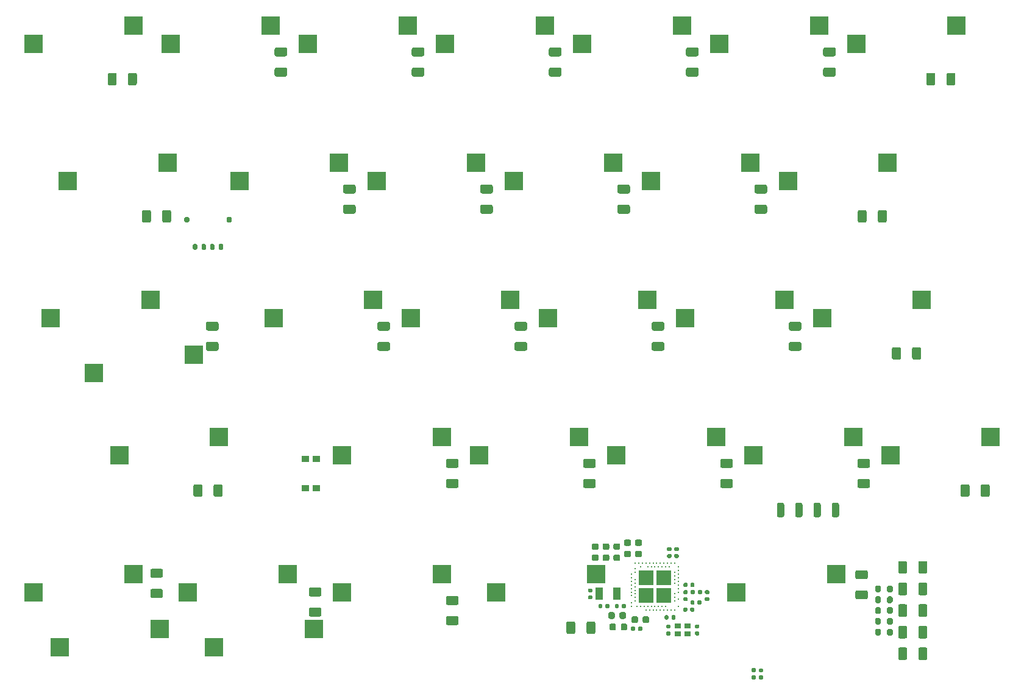
<source format=gbr>
%TF.GenerationSoftware,KiCad,Pcbnew,(5.1.10)-1*%
%TF.CreationDate,2023-08-12T15:50:22-04:00*%
%TF.ProjectId,niche65_mk2_left_RIGID,6e696368-6536-4355-9f6d-6b325f6c6566,rev?*%
%TF.SameCoordinates,Original*%
%TF.FileFunction,Paste,Bot*%
%TF.FilePolarity,Positive*%
%FSLAX46Y46*%
G04 Gerber Fmt 4.6, Leading zero omitted, Abs format (unit mm)*
G04 Created by KiCad (PCBNEW (5.1.10)-1) date 2023-08-12 15:50:22*
%MOMM*%
%LPD*%
G01*
G04 APERTURE LIST*
%ADD10R,2.550000X2.500000*%
%ADD11R,1.000000X0.900000*%
%ADD12R,2.000000X2.000000*%
%ADD13C,0.250000*%
%ADD14R,1.000000X1.800000*%
%ADD15R,0.900000X0.800000*%
G04 APERTURE END LIST*
%TO.C,REF\u002A\u002A*%
G36*
G01*
X195702500Y-162980000D02*
X195702500Y-161480000D01*
G75*
G02*
X195952500Y-161230000I250000J0D01*
G01*
X196452500Y-161230000D01*
G75*
G02*
X196702500Y-161480000I0J-250000D01*
G01*
X196702500Y-162980000D01*
G75*
G02*
X196452500Y-163230000I-250000J0D01*
G01*
X195952500Y-163230000D01*
G75*
G02*
X195702500Y-162980000I0J250000D01*
G01*
G37*
%TD*%
%TO.C,REF\u002A\u002A*%
G36*
G01*
X198242500Y-162980000D02*
X198242500Y-161480000D01*
G75*
G02*
X198492500Y-161230000I250000J0D01*
G01*
X198992500Y-161230000D01*
G75*
G02*
X199242500Y-161480000I0J-250000D01*
G01*
X199242500Y-162980000D01*
G75*
G02*
X198992500Y-163230000I-250000J0D01*
G01*
X198492500Y-163230000D01*
G75*
G02*
X198242500Y-162980000I0J250000D01*
G01*
G37*
%TD*%
%TO.C,REF\u002A\u002A*%
G36*
G01*
X203322500Y-162980000D02*
X203322500Y-161480000D01*
G75*
G02*
X203572500Y-161230000I250000J0D01*
G01*
X204072500Y-161230000D01*
G75*
G02*
X204322500Y-161480000I0J-250000D01*
G01*
X204322500Y-162980000D01*
G75*
G02*
X204072500Y-163230000I-250000J0D01*
G01*
X203572500Y-163230000D01*
G75*
G02*
X203322500Y-162980000I0J250000D01*
G01*
G37*
%TD*%
%TO.C,REF\u002A\u002A*%
G36*
G01*
X200782500Y-162980000D02*
X200782500Y-161480000D01*
G75*
G02*
X201032500Y-161230000I250000J0D01*
G01*
X201532500Y-161230000D01*
G75*
G02*
X201782500Y-161480000I0J-250000D01*
G01*
X201782500Y-162980000D01*
G75*
G02*
X201532500Y-163230000I-250000J0D01*
G01*
X201032500Y-163230000D01*
G75*
G02*
X200782500Y-162980000I0J250000D01*
G01*
G37*
%TD*%
%TO.C,J1*%
G36*
G01*
X114568742Y-125962492D02*
X114568742Y-125412492D01*
G75*
G02*
X114718742Y-125262492I150000J0D01*
G01*
X115018742Y-125262492D01*
G75*
G02*
X115168742Y-125412492I0J-150000D01*
G01*
X115168742Y-125962492D01*
G75*
G02*
X115018742Y-126112492I-150000J0D01*
G01*
X114718742Y-126112492D01*
G75*
G02*
X114568742Y-125962492I0J150000D01*
G01*
G37*
G36*
G01*
X115768742Y-125962492D02*
X115768742Y-125412492D01*
G75*
G02*
X115918742Y-125262492I150000J0D01*
G01*
X116218742Y-125262492D01*
G75*
G02*
X116368742Y-125412492I0J-150000D01*
G01*
X116368742Y-125962492D01*
G75*
G02*
X116218742Y-126112492I-150000J0D01*
G01*
X115918742Y-126112492D01*
G75*
G02*
X115768742Y-125962492I0J150000D01*
G01*
G37*
G36*
G01*
X116968742Y-125962492D02*
X116968742Y-125412492D01*
G75*
G02*
X117118742Y-125262492I150000J0D01*
G01*
X117418742Y-125262492D01*
G75*
G02*
X117568742Y-125412492I0J-150000D01*
G01*
X117568742Y-125962492D01*
G75*
G02*
X117418742Y-126112492I-150000J0D01*
G01*
X117118742Y-126112492D01*
G75*
G02*
X116968742Y-125962492I0J150000D01*
G01*
G37*
G36*
G01*
X118168742Y-125962492D02*
X118168742Y-125412492D01*
G75*
G02*
X118318742Y-125262492I150000J0D01*
G01*
X118618742Y-125262492D01*
G75*
G02*
X118768742Y-125412492I0J-150000D01*
G01*
X118768742Y-125962492D01*
G75*
G02*
X118618742Y-126112492I-150000J0D01*
G01*
X118318742Y-126112492D01*
G75*
G02*
X118168742Y-125962492I0J150000D01*
G01*
G37*
G36*
G01*
X113368742Y-122137492D02*
X113368742Y-121687492D01*
G75*
G02*
X113543742Y-121512492I175000J0D01*
G01*
X113893742Y-121512492D01*
G75*
G02*
X114068742Y-121687492I0J-175000D01*
G01*
X114068742Y-122137492D01*
G75*
G02*
X113893742Y-122312492I-175000J0D01*
G01*
X113543742Y-122312492D01*
G75*
G02*
X113368742Y-122137492I0J175000D01*
G01*
G37*
G36*
G01*
X119268742Y-122137492D02*
X119268742Y-121687492D01*
G75*
G02*
X119443742Y-121512492I175000J0D01*
G01*
X119793742Y-121512492D01*
G75*
G02*
X119968742Y-121687492I0J-175000D01*
G01*
X119968742Y-122137492D01*
G75*
G02*
X119793742Y-122312492I-175000J0D01*
G01*
X119443742Y-122312492D01*
G75*
G02*
X119268742Y-122137492I0J175000D01*
G01*
G37*
%TD*%
%TO.C,C1*%
G36*
G01*
X170700000Y-169315770D02*
X170200000Y-169315770D01*
G75*
G02*
X169975000Y-169090770I0J225000D01*
G01*
X169975000Y-168640770D01*
G75*
G02*
X170200000Y-168415770I225000J0D01*
G01*
X170700000Y-168415770D01*
G75*
G02*
X170925000Y-168640770I0J-225000D01*
G01*
X170925000Y-169090770D01*
G75*
G02*
X170700000Y-169315770I-225000J0D01*
G01*
G37*
G36*
G01*
X170700000Y-167765770D02*
X170200000Y-167765770D01*
G75*
G02*
X169975000Y-167540770I0J225000D01*
G01*
X169975000Y-167090770D01*
G75*
G02*
X170200000Y-166865770I225000J0D01*
G01*
X170700000Y-166865770D01*
G75*
G02*
X170925000Y-167090770I0J-225000D01*
G01*
X170925000Y-167540770D01*
G75*
G02*
X170700000Y-167765770I-225000J0D01*
G01*
G37*
%TD*%
%TO.C,C2*%
G36*
G01*
X180920000Y-167940770D02*
X180580000Y-167940770D01*
G75*
G02*
X180440000Y-167800770I0J140000D01*
G01*
X180440000Y-167520770D01*
G75*
G02*
X180580000Y-167380770I140000J0D01*
G01*
X180920000Y-167380770D01*
G75*
G02*
X181060000Y-167520770I0J-140000D01*
G01*
X181060000Y-167800770D01*
G75*
G02*
X180920000Y-167940770I-140000J0D01*
G01*
G37*
G36*
G01*
X180920000Y-168900770D02*
X180580000Y-168900770D01*
G75*
G02*
X180440000Y-168760770I0J140000D01*
G01*
X180440000Y-168480770D01*
G75*
G02*
X180580000Y-168340770I140000J0D01*
G01*
X180920000Y-168340770D01*
G75*
G02*
X181060000Y-168480770I0J-140000D01*
G01*
X181060000Y-168760770D01*
G75*
G02*
X180920000Y-168900770I-140000J0D01*
G01*
G37*
%TD*%
%TO.C,C3*%
G36*
G01*
X181920000Y-168900770D02*
X181580000Y-168900770D01*
G75*
G02*
X181440000Y-168760770I0J140000D01*
G01*
X181440000Y-168480770D01*
G75*
G02*
X181580000Y-168340770I140000J0D01*
G01*
X181920000Y-168340770D01*
G75*
G02*
X182060000Y-168480770I0J-140000D01*
G01*
X182060000Y-168760770D01*
G75*
G02*
X181920000Y-168900770I-140000J0D01*
G01*
G37*
G36*
G01*
X181920000Y-167940770D02*
X181580000Y-167940770D01*
G75*
G02*
X181440000Y-167800770I0J140000D01*
G01*
X181440000Y-167520770D01*
G75*
G02*
X181580000Y-167380770I140000J0D01*
G01*
X181920000Y-167380770D01*
G75*
G02*
X182060000Y-167520770I0J-140000D01*
G01*
X182060000Y-167800770D01*
G75*
G02*
X181920000Y-167940770I-140000J0D01*
G01*
G37*
%TD*%
%TO.C,C4*%
G36*
G01*
X180085000Y-177310770D02*
X180085000Y-176970770D01*
G75*
G02*
X180225000Y-176830770I140000J0D01*
G01*
X180505000Y-176830770D01*
G75*
G02*
X180645000Y-176970770I0J-140000D01*
G01*
X180645000Y-177310770D01*
G75*
G02*
X180505000Y-177450770I-140000J0D01*
G01*
X180225000Y-177450770D01*
G75*
G02*
X180085000Y-177310770I0J140000D01*
G01*
G37*
G36*
G01*
X181045000Y-177310770D02*
X181045000Y-176970770D01*
G75*
G02*
X181185000Y-176830770I140000J0D01*
G01*
X181465000Y-176830770D01*
G75*
G02*
X181605000Y-176970770I0J-140000D01*
G01*
X181605000Y-177310770D01*
G75*
G02*
X181465000Y-177450770I-140000J0D01*
G01*
X181185000Y-177450770D01*
G75*
G02*
X181045000Y-177310770I0J140000D01*
G01*
G37*
%TD*%
%TO.C,C5*%
G36*
G01*
X173175000Y-176640770D02*
X173175000Y-177140770D01*
G75*
G02*
X172950000Y-177365770I-225000J0D01*
G01*
X172500000Y-177365770D01*
G75*
G02*
X172275000Y-177140770I0J225000D01*
G01*
X172275000Y-176640770D01*
G75*
G02*
X172500000Y-176415770I225000J0D01*
G01*
X172950000Y-176415770D01*
G75*
G02*
X173175000Y-176640770I0J-225000D01*
G01*
G37*
G36*
G01*
X174725000Y-176640770D02*
X174725000Y-177140770D01*
G75*
G02*
X174500000Y-177365770I-225000J0D01*
G01*
X174050000Y-177365770D01*
G75*
G02*
X173825000Y-177140770I0J225000D01*
G01*
X173825000Y-176640770D01*
G75*
G02*
X174050000Y-176415770I225000J0D01*
G01*
X174500000Y-176415770D01*
G75*
G02*
X174725000Y-176640770I0J-225000D01*
G01*
G37*
%TD*%
%TO.C,C6*%
G36*
G01*
X172200000Y-169315770D02*
X171700000Y-169315770D01*
G75*
G02*
X171475000Y-169090770I0J225000D01*
G01*
X171475000Y-168640770D01*
G75*
G02*
X171700000Y-168415770I225000J0D01*
G01*
X172200000Y-168415770D01*
G75*
G02*
X172425000Y-168640770I0J-225000D01*
G01*
X172425000Y-169090770D01*
G75*
G02*
X172200000Y-169315770I-225000J0D01*
G01*
G37*
G36*
G01*
X172200000Y-167765770D02*
X171700000Y-167765770D01*
G75*
G02*
X171475000Y-167540770I0J225000D01*
G01*
X171475000Y-167090770D01*
G75*
G02*
X171700000Y-166865770I225000J0D01*
G01*
X172200000Y-166865770D01*
G75*
G02*
X172425000Y-167090770I0J-225000D01*
G01*
X172425000Y-167540770D01*
G75*
G02*
X172200000Y-167765770I-225000J0D01*
G01*
G37*
%TD*%
%TO.C,C7*%
G36*
G01*
X176214000Y-167881770D02*
X176714000Y-167881770D01*
G75*
G02*
X176939000Y-168106770I0J-225000D01*
G01*
X176939000Y-168556770D01*
G75*
G02*
X176714000Y-168781770I-225000J0D01*
G01*
X176214000Y-168781770D01*
G75*
G02*
X175989000Y-168556770I0J225000D01*
G01*
X175989000Y-168106770D01*
G75*
G02*
X176214000Y-167881770I225000J0D01*
G01*
G37*
G36*
G01*
X176214000Y-166331770D02*
X176714000Y-166331770D01*
G75*
G02*
X176939000Y-166556770I0J-225000D01*
G01*
X176939000Y-167006770D01*
G75*
G02*
X176714000Y-167231770I-225000J0D01*
G01*
X176214000Y-167231770D01*
G75*
G02*
X175989000Y-167006770I0J225000D01*
G01*
X175989000Y-166556770D01*
G75*
G02*
X176214000Y-166331770I225000J0D01*
G01*
G37*
%TD*%
%TO.C,C8*%
G36*
G01*
X177943000Y-177212770D02*
X177943000Y-177712770D01*
G75*
G02*
X177718000Y-177937770I-225000J0D01*
G01*
X177268000Y-177937770D01*
G75*
G02*
X177043000Y-177712770I0J225000D01*
G01*
X177043000Y-177212770D01*
G75*
G02*
X177268000Y-176987770I225000J0D01*
G01*
X177718000Y-176987770D01*
G75*
G02*
X177943000Y-177212770I0J-225000D01*
G01*
G37*
G36*
G01*
X176393000Y-177212770D02*
X176393000Y-177712770D01*
G75*
G02*
X176168000Y-177937770I-225000J0D01*
G01*
X175718000Y-177937770D01*
G75*
G02*
X175493000Y-177712770I0J225000D01*
G01*
X175493000Y-177212770D01*
G75*
G02*
X175718000Y-176987770I225000J0D01*
G01*
X176168000Y-176987770D01*
G75*
G02*
X176393000Y-177212770I0J-225000D01*
G01*
G37*
%TD*%
%TO.C,C9*%
G36*
G01*
X184250000Y-174920770D02*
X184250000Y-175260770D01*
G75*
G02*
X184110000Y-175400770I-140000J0D01*
G01*
X183830000Y-175400770D01*
G75*
G02*
X183690000Y-175260770I0J140000D01*
G01*
X183690000Y-174920770D01*
G75*
G02*
X183830000Y-174780770I140000J0D01*
G01*
X184110000Y-174780770D01*
G75*
G02*
X184250000Y-174920770I0J-140000D01*
G01*
G37*
G36*
G01*
X185210000Y-174920770D02*
X185210000Y-175260770D01*
G75*
G02*
X185070000Y-175400770I-140000J0D01*
G01*
X184790000Y-175400770D01*
G75*
G02*
X184650000Y-175260770I0J140000D01*
G01*
X184650000Y-174920770D01*
G75*
G02*
X184790000Y-174780770I140000J0D01*
G01*
X185070000Y-174780770D01*
G75*
G02*
X185210000Y-174920770I0J-140000D01*
G01*
G37*
%TD*%
%TO.C,C10*%
G36*
G01*
X175190000Y-167231770D02*
X174690000Y-167231770D01*
G75*
G02*
X174465000Y-167006770I0J225000D01*
G01*
X174465000Y-166556770D01*
G75*
G02*
X174690000Y-166331770I225000J0D01*
G01*
X175190000Y-166331770D01*
G75*
G02*
X175415000Y-166556770I0J-225000D01*
G01*
X175415000Y-167006770D01*
G75*
G02*
X175190000Y-167231770I-225000J0D01*
G01*
G37*
G36*
G01*
X175190000Y-168781770D02*
X174690000Y-168781770D01*
G75*
G02*
X174465000Y-168556770I0J225000D01*
G01*
X174465000Y-168106770D01*
G75*
G02*
X174690000Y-167881770I225000J0D01*
G01*
X175190000Y-167881770D01*
G75*
G02*
X175415000Y-168106770I0J-225000D01*
G01*
X175415000Y-168556770D01*
G75*
G02*
X175190000Y-168781770I-225000J0D01*
G01*
G37*
%TD*%
%TO.C,C11*%
G36*
G01*
X183680000Y-172810770D02*
X183680000Y-172470770D01*
G75*
G02*
X183820000Y-172330770I140000J0D01*
G01*
X184100000Y-172330770D01*
G75*
G02*
X184240000Y-172470770I0J-140000D01*
G01*
X184240000Y-172810770D01*
G75*
G02*
X184100000Y-172950770I-140000J0D01*
G01*
X183820000Y-172950770D01*
G75*
G02*
X183680000Y-172810770I0J140000D01*
G01*
G37*
G36*
G01*
X182720000Y-172810770D02*
X182720000Y-172470770D01*
G75*
G02*
X182860000Y-172330770I140000J0D01*
G01*
X183140000Y-172330770D01*
G75*
G02*
X183280000Y-172470770I0J-140000D01*
G01*
X183280000Y-172810770D01*
G75*
G02*
X183140000Y-172950770I-140000J0D01*
G01*
X182860000Y-172950770D01*
G75*
G02*
X182720000Y-172810770I0J140000D01*
G01*
G37*
%TD*%
%TO.C,C12*%
G36*
G01*
X183649000Y-176235770D02*
X183649000Y-175895770D01*
G75*
G02*
X183789000Y-175755770I140000J0D01*
G01*
X184069000Y-175755770D01*
G75*
G02*
X184209000Y-175895770I0J-140000D01*
G01*
X184209000Y-176235770D01*
G75*
G02*
X184069000Y-176375770I-140000J0D01*
G01*
X183789000Y-176375770D01*
G75*
G02*
X183649000Y-176235770I0J140000D01*
G01*
G37*
G36*
G01*
X182689000Y-176235770D02*
X182689000Y-175895770D01*
G75*
G02*
X182829000Y-175755770I140000J0D01*
G01*
X183109000Y-175755770D01*
G75*
G02*
X183249000Y-175895770I0J-140000D01*
G01*
X183249000Y-176235770D01*
G75*
G02*
X183109000Y-176375770I-140000J0D01*
G01*
X182829000Y-176375770D01*
G75*
G02*
X182689000Y-176235770I0J140000D01*
G01*
G37*
%TD*%
%TO.C,C13*%
G36*
G01*
X174710000Y-175420770D02*
X174710000Y-175760770D01*
G75*
G02*
X174570000Y-175900770I-140000J0D01*
G01*
X174290000Y-175900770D01*
G75*
G02*
X174150000Y-175760770I0J140000D01*
G01*
X174150000Y-175420770D01*
G75*
G02*
X174290000Y-175280770I140000J0D01*
G01*
X174570000Y-175280770D01*
G75*
G02*
X174710000Y-175420770I0J-140000D01*
G01*
G37*
G36*
G01*
X173750000Y-175420770D02*
X173750000Y-175760770D01*
G75*
G02*
X173610000Y-175900770I-140000J0D01*
G01*
X173330000Y-175900770D01*
G75*
G02*
X173190000Y-175760770I0J140000D01*
G01*
X173190000Y-175420770D01*
G75*
G02*
X173330000Y-175280770I140000J0D01*
G01*
X173610000Y-175280770D01*
G75*
G02*
X173750000Y-175420770I0J-140000D01*
G01*
G37*
%TD*%
%TO.C,C14*%
G36*
G01*
X172410000Y-175420770D02*
X172410000Y-175760770D01*
G75*
G02*
X172270000Y-175900770I-140000J0D01*
G01*
X171990000Y-175900770D01*
G75*
G02*
X171850000Y-175760770I0J140000D01*
G01*
X171850000Y-175420770D01*
G75*
G02*
X171990000Y-175280770I140000J0D01*
G01*
X172270000Y-175280770D01*
G75*
G02*
X172410000Y-175420770I0J-140000D01*
G01*
G37*
G36*
G01*
X171450000Y-175420770D02*
X171450000Y-175760770D01*
G75*
G02*
X171310000Y-175900770I-140000J0D01*
G01*
X171030000Y-175900770D01*
G75*
G02*
X170890000Y-175760770I0J140000D01*
G01*
X170890000Y-175420770D01*
G75*
G02*
X171030000Y-175280770I140000J0D01*
G01*
X171310000Y-175280770D01*
G75*
G02*
X171450000Y-175420770I0J-140000D01*
G01*
G37*
%TD*%
%TO.C,C15*%
G36*
G01*
X169920000Y-173690770D02*
X169580000Y-173690770D01*
G75*
G02*
X169440000Y-173550770I0J140000D01*
G01*
X169440000Y-173270770D01*
G75*
G02*
X169580000Y-173130770I140000J0D01*
G01*
X169920000Y-173130770D01*
G75*
G02*
X170060000Y-173270770I0J-140000D01*
G01*
X170060000Y-173550770D01*
G75*
G02*
X169920000Y-173690770I-140000J0D01*
G01*
G37*
G36*
G01*
X169920000Y-174650770D02*
X169580000Y-174650770D01*
G75*
G02*
X169440000Y-174510770I0J140000D01*
G01*
X169440000Y-174230770D01*
G75*
G02*
X169580000Y-174090770I140000J0D01*
G01*
X169920000Y-174090770D01*
G75*
G02*
X170060000Y-174230770I0J-140000D01*
G01*
X170060000Y-174510770D01*
G75*
G02*
X169920000Y-174650770I-140000J0D01*
G01*
G37*
%TD*%
%TO.C,C16*%
G36*
G01*
X193311250Y-184230000D02*
X193651250Y-184230000D01*
G75*
G02*
X193791250Y-184370000I0J-140000D01*
G01*
X193791250Y-184650000D01*
G75*
G02*
X193651250Y-184790000I-140000J0D01*
G01*
X193311250Y-184790000D01*
G75*
G02*
X193171250Y-184650000I0J140000D01*
G01*
X193171250Y-184370000D01*
G75*
G02*
X193311250Y-184230000I140000J0D01*
G01*
G37*
G36*
G01*
X193311250Y-185190000D02*
X193651250Y-185190000D01*
G75*
G02*
X193791250Y-185330000I0J-140000D01*
G01*
X193791250Y-185610000D01*
G75*
G02*
X193651250Y-185750000I-140000J0D01*
G01*
X193311250Y-185750000D01*
G75*
G02*
X193171250Y-185610000I0J140000D01*
G01*
X193171250Y-185330000D01*
G75*
G02*
X193311250Y-185190000I140000J0D01*
G01*
G37*
%TD*%
%TO.C,C17*%
G36*
G01*
X185830000Y-174340770D02*
X186170000Y-174340770D01*
G75*
G02*
X186310000Y-174480770I0J-140000D01*
G01*
X186310000Y-174760770D01*
G75*
G02*
X186170000Y-174900770I-140000J0D01*
G01*
X185830000Y-174900770D01*
G75*
G02*
X185690000Y-174760770I0J140000D01*
G01*
X185690000Y-174480770D01*
G75*
G02*
X185830000Y-174340770I140000J0D01*
G01*
G37*
G36*
G01*
X185830000Y-173380770D02*
X186170000Y-173380770D01*
G75*
G02*
X186310000Y-173520770I0J-140000D01*
G01*
X186310000Y-173800770D01*
G75*
G02*
X186170000Y-173940770I-140000J0D01*
G01*
X185830000Y-173940770D01*
G75*
G02*
X185690000Y-173800770I0J140000D01*
G01*
X185690000Y-173520770D01*
G75*
G02*
X185830000Y-173380770I140000J0D01*
G01*
G37*
%TD*%
%TO.C,C18*%
G36*
G01*
X182830000Y-173380770D02*
X183170000Y-173380770D01*
G75*
G02*
X183310000Y-173520770I0J-140000D01*
G01*
X183310000Y-173800770D01*
G75*
G02*
X183170000Y-173940770I-140000J0D01*
G01*
X182830000Y-173940770D01*
G75*
G02*
X182690000Y-173800770I0J140000D01*
G01*
X182690000Y-173520770D01*
G75*
G02*
X182830000Y-173380770I140000J0D01*
G01*
G37*
G36*
G01*
X182830000Y-174340770D02*
X183170000Y-174340770D01*
G75*
G02*
X183310000Y-174480770I0J-140000D01*
G01*
X183310000Y-174760770D01*
G75*
G02*
X183170000Y-174900770I-140000J0D01*
G01*
X182830000Y-174900770D01*
G75*
G02*
X182690000Y-174760770I0J140000D01*
G01*
X182690000Y-174480770D01*
G75*
G02*
X182830000Y-174340770I140000J0D01*
G01*
G37*
%TD*%
%TO.C,C19*%
G36*
G01*
X184785000Y-179650770D02*
X184445000Y-179650770D01*
G75*
G02*
X184305000Y-179510770I0J140000D01*
G01*
X184305000Y-179230770D01*
G75*
G02*
X184445000Y-179090770I140000J0D01*
G01*
X184785000Y-179090770D01*
G75*
G02*
X184925000Y-179230770I0J-140000D01*
G01*
X184925000Y-179510770D01*
G75*
G02*
X184785000Y-179650770I-140000J0D01*
G01*
G37*
G36*
G01*
X184785000Y-178690770D02*
X184445000Y-178690770D01*
G75*
G02*
X184305000Y-178550770I0J140000D01*
G01*
X184305000Y-178270770D01*
G75*
G02*
X184445000Y-178130770I140000J0D01*
G01*
X184785000Y-178130770D01*
G75*
G02*
X184925000Y-178270770I0J-140000D01*
G01*
X184925000Y-178550770D01*
G75*
G02*
X184785000Y-178690770I-140000J0D01*
G01*
G37*
%TD*%
%TO.C,C20*%
G36*
G01*
X180445000Y-179090770D02*
X180785000Y-179090770D01*
G75*
G02*
X180925000Y-179230770I0J-140000D01*
G01*
X180925000Y-179510770D01*
G75*
G02*
X180785000Y-179650770I-140000J0D01*
G01*
X180445000Y-179650770D01*
G75*
G02*
X180305000Y-179510770I0J140000D01*
G01*
X180305000Y-179230770D01*
G75*
G02*
X180445000Y-179090770I140000J0D01*
G01*
G37*
G36*
G01*
X180445000Y-178130770D02*
X180785000Y-178130770D01*
G75*
G02*
X180925000Y-178270770I0J-140000D01*
G01*
X180925000Y-178550770D01*
G75*
G02*
X180785000Y-178690770I-140000J0D01*
G01*
X180445000Y-178690770D01*
G75*
G02*
X180305000Y-178550770I0J140000D01*
G01*
X180305000Y-178270770D01*
G75*
G02*
X180445000Y-178130770I140000J0D01*
G01*
G37*
%TD*%
%TO.C,D1*%
G36*
G01*
X103987500Y-101756250D02*
X103987500Y-103006250D01*
G75*
G02*
X103737500Y-103256250I-250000J0D01*
G01*
X102987500Y-103256250D01*
G75*
G02*
X102737500Y-103006250I0J250000D01*
G01*
X102737500Y-101756250D01*
G75*
G02*
X102987500Y-101506250I250000J0D01*
G01*
X103737500Y-101506250D01*
G75*
G02*
X103987500Y-101756250I0J-250000D01*
G01*
G37*
G36*
G01*
X106787500Y-101756250D02*
X106787500Y-103006250D01*
G75*
G02*
X106537500Y-103256250I-250000J0D01*
G01*
X105787500Y-103256250D01*
G75*
G02*
X105537500Y-103006250I0J250000D01*
G01*
X105537500Y-101756250D01*
G75*
G02*
X105787500Y-101506250I250000J0D01*
G01*
X106537500Y-101506250D01*
G75*
G02*
X106787500Y-101756250I0J-250000D01*
G01*
G37*
%TD*%
%TO.C,D2*%
G36*
G01*
X127414085Y-102025000D02*
X126164085Y-102025000D01*
G75*
G02*
X125914085Y-101775000I0J250000D01*
G01*
X125914085Y-101025000D01*
G75*
G02*
X126164085Y-100775000I250000J0D01*
G01*
X127414085Y-100775000D01*
G75*
G02*
X127664085Y-101025000I0J-250000D01*
G01*
X127664085Y-101775000D01*
G75*
G02*
X127414085Y-102025000I-250000J0D01*
G01*
G37*
G36*
G01*
X127414085Y-99225000D02*
X126164085Y-99225000D01*
G75*
G02*
X125914085Y-98975000I0J250000D01*
G01*
X125914085Y-98225000D01*
G75*
G02*
X126164085Y-97975000I250000J0D01*
G01*
X127414085Y-97975000D01*
G75*
G02*
X127664085Y-98225000I0J-250000D01*
G01*
X127664085Y-98975000D01*
G75*
G02*
X127414085Y-99225000I-250000J0D01*
G01*
G37*
%TD*%
%TO.C,D3*%
G36*
G01*
X146464101Y-102025000D02*
X145214101Y-102025000D01*
G75*
G02*
X144964101Y-101775000I0J250000D01*
G01*
X144964101Y-101025000D01*
G75*
G02*
X145214101Y-100775000I250000J0D01*
G01*
X146464101Y-100775000D01*
G75*
G02*
X146714101Y-101025000I0J-250000D01*
G01*
X146714101Y-101775000D01*
G75*
G02*
X146464101Y-102025000I-250000J0D01*
G01*
G37*
G36*
G01*
X146464101Y-99225000D02*
X145214101Y-99225000D01*
G75*
G02*
X144964101Y-98975000I0J250000D01*
G01*
X144964101Y-98225000D01*
G75*
G02*
X145214101Y-97975000I250000J0D01*
G01*
X146464101Y-97975000D01*
G75*
G02*
X146714101Y-98225000I0J-250000D01*
G01*
X146714101Y-98975000D01*
G75*
G02*
X146464101Y-99225000I-250000J0D01*
G01*
G37*
%TD*%
%TO.C,D4*%
G36*
G01*
X165514117Y-99225000D02*
X164264117Y-99225000D01*
G75*
G02*
X164014117Y-98975000I0J250000D01*
G01*
X164014117Y-98225000D01*
G75*
G02*
X164264117Y-97975000I250000J0D01*
G01*
X165514117Y-97975000D01*
G75*
G02*
X165764117Y-98225000I0J-250000D01*
G01*
X165764117Y-98975000D01*
G75*
G02*
X165514117Y-99225000I-250000J0D01*
G01*
G37*
G36*
G01*
X165514117Y-102025000D02*
X164264117Y-102025000D01*
G75*
G02*
X164014117Y-101775000I0J250000D01*
G01*
X164014117Y-101025000D01*
G75*
G02*
X164264117Y-100775000I250000J0D01*
G01*
X165514117Y-100775000D01*
G75*
G02*
X165764117Y-101025000I0J-250000D01*
G01*
X165764117Y-101775000D01*
G75*
G02*
X165514117Y-102025000I-250000J0D01*
G01*
G37*
%TD*%
%TO.C,D5*%
G36*
G01*
X184564133Y-99225000D02*
X183314133Y-99225000D01*
G75*
G02*
X183064133Y-98975000I0J250000D01*
G01*
X183064133Y-98225000D01*
G75*
G02*
X183314133Y-97975000I250000J0D01*
G01*
X184564133Y-97975000D01*
G75*
G02*
X184814133Y-98225000I0J-250000D01*
G01*
X184814133Y-98975000D01*
G75*
G02*
X184564133Y-99225000I-250000J0D01*
G01*
G37*
G36*
G01*
X184564133Y-102025000D02*
X183314133Y-102025000D01*
G75*
G02*
X183064133Y-101775000I0J250000D01*
G01*
X183064133Y-101025000D01*
G75*
G02*
X183314133Y-100775000I250000J0D01*
G01*
X184564133Y-100775000D01*
G75*
G02*
X184814133Y-101025000I0J-250000D01*
G01*
X184814133Y-101775000D01*
G75*
G02*
X184564133Y-102025000I-250000J0D01*
G01*
G37*
%TD*%
%TO.C,D6*%
G36*
G01*
X203614149Y-102025000D02*
X202364149Y-102025000D01*
G75*
G02*
X202114149Y-101775000I0J250000D01*
G01*
X202114149Y-101025000D01*
G75*
G02*
X202364149Y-100775000I250000J0D01*
G01*
X203614149Y-100775000D01*
G75*
G02*
X203864149Y-101025000I0J-250000D01*
G01*
X203864149Y-101775000D01*
G75*
G02*
X203614149Y-102025000I-250000J0D01*
G01*
G37*
G36*
G01*
X203614149Y-99225000D02*
X202364149Y-99225000D01*
G75*
G02*
X202114149Y-98975000I0J250000D01*
G01*
X202114149Y-98225000D01*
G75*
G02*
X202364149Y-97975000I250000J0D01*
G01*
X203614149Y-97975000D01*
G75*
G02*
X203864149Y-98225000I0J-250000D01*
G01*
X203864149Y-98975000D01*
G75*
G02*
X203614149Y-99225000I-250000J0D01*
G01*
G37*
%TD*%
%TO.C,D7*%
G36*
G01*
X216442287Y-103006252D02*
X216442287Y-101756252D01*
G75*
G02*
X216692287Y-101506252I250000J0D01*
G01*
X217442287Y-101506252D01*
G75*
G02*
X217692287Y-101756252I0J-250000D01*
G01*
X217692287Y-103006252D01*
G75*
G02*
X217442287Y-103256252I-250000J0D01*
G01*
X216692287Y-103256252D01*
G75*
G02*
X216442287Y-103006252I0J250000D01*
G01*
G37*
G36*
G01*
X219242287Y-103006252D02*
X219242287Y-101756252D01*
G75*
G02*
X219492287Y-101506252I250000J0D01*
G01*
X220242287Y-101506252D01*
G75*
G02*
X220492287Y-101756252I0J-250000D01*
G01*
X220492287Y-103006252D01*
G75*
G02*
X220242287Y-103256252I-250000J0D01*
G01*
X219492287Y-103256252D01*
G75*
G02*
X219242287Y-103006252I0J250000D01*
G01*
G37*
%TD*%
%TO.C,D8*%
G36*
G01*
X108749992Y-120806242D02*
X108749992Y-122056242D01*
G75*
G02*
X108499992Y-122306242I-250000J0D01*
G01*
X107749992Y-122306242D01*
G75*
G02*
X107499992Y-122056242I0J250000D01*
G01*
X107499992Y-120806242D01*
G75*
G02*
X107749992Y-120556242I250000J0D01*
G01*
X108499992Y-120556242D01*
G75*
G02*
X108749992Y-120806242I0J-250000D01*
G01*
G37*
G36*
G01*
X111549992Y-120806242D02*
X111549992Y-122056242D01*
G75*
G02*
X111299992Y-122306242I-250000J0D01*
G01*
X110549992Y-122306242D01*
G75*
G02*
X110299992Y-122056242I0J250000D01*
G01*
X110299992Y-120806242D01*
G75*
G02*
X110549992Y-120556242I250000J0D01*
G01*
X111299992Y-120556242D01*
G75*
G02*
X111549992Y-120806242I0J-250000D01*
G01*
G37*
%TD*%
%TO.C,D9*%
G36*
G01*
X136939093Y-121075016D02*
X135689093Y-121075016D01*
G75*
G02*
X135439093Y-120825016I0J250000D01*
G01*
X135439093Y-120075016D01*
G75*
G02*
X135689093Y-119825016I250000J0D01*
G01*
X136939093Y-119825016D01*
G75*
G02*
X137189093Y-120075016I0J-250000D01*
G01*
X137189093Y-120825016D01*
G75*
G02*
X136939093Y-121075016I-250000J0D01*
G01*
G37*
G36*
G01*
X136939093Y-118275016D02*
X135689093Y-118275016D01*
G75*
G02*
X135439093Y-118025016I0J250000D01*
G01*
X135439093Y-117275016D01*
G75*
G02*
X135689093Y-117025016I250000J0D01*
G01*
X136939093Y-117025016D01*
G75*
G02*
X137189093Y-117275016I0J-250000D01*
G01*
X137189093Y-118025016D01*
G75*
G02*
X136939093Y-118275016I-250000J0D01*
G01*
G37*
%TD*%
%TO.C,D10*%
G36*
G01*
X155989109Y-118275016D02*
X154739109Y-118275016D01*
G75*
G02*
X154489109Y-118025016I0J250000D01*
G01*
X154489109Y-117275016D01*
G75*
G02*
X154739109Y-117025016I250000J0D01*
G01*
X155989109Y-117025016D01*
G75*
G02*
X156239109Y-117275016I0J-250000D01*
G01*
X156239109Y-118025016D01*
G75*
G02*
X155989109Y-118275016I-250000J0D01*
G01*
G37*
G36*
G01*
X155989109Y-121075016D02*
X154739109Y-121075016D01*
G75*
G02*
X154489109Y-120825016I0J250000D01*
G01*
X154489109Y-120075016D01*
G75*
G02*
X154739109Y-119825016I250000J0D01*
G01*
X155989109Y-119825016D01*
G75*
G02*
X156239109Y-120075016I0J-250000D01*
G01*
X156239109Y-120825016D01*
G75*
G02*
X155989109Y-121075016I-250000J0D01*
G01*
G37*
%TD*%
%TO.C,D11*%
G36*
G01*
X175039125Y-121075016D02*
X173789125Y-121075016D01*
G75*
G02*
X173539125Y-120825016I0J250000D01*
G01*
X173539125Y-120075016D01*
G75*
G02*
X173789125Y-119825016I250000J0D01*
G01*
X175039125Y-119825016D01*
G75*
G02*
X175289125Y-120075016I0J-250000D01*
G01*
X175289125Y-120825016D01*
G75*
G02*
X175039125Y-121075016I-250000J0D01*
G01*
G37*
G36*
G01*
X175039125Y-118275016D02*
X173789125Y-118275016D01*
G75*
G02*
X173539125Y-118025016I0J250000D01*
G01*
X173539125Y-117275016D01*
G75*
G02*
X173789125Y-117025016I250000J0D01*
G01*
X175039125Y-117025016D01*
G75*
G02*
X175289125Y-117275016I0J-250000D01*
G01*
X175289125Y-118025016D01*
G75*
G02*
X175039125Y-118275016I-250000J0D01*
G01*
G37*
%TD*%
%TO.C,D12*%
G36*
G01*
X194089141Y-121075016D02*
X192839141Y-121075016D01*
G75*
G02*
X192589141Y-120825016I0J250000D01*
G01*
X192589141Y-120075016D01*
G75*
G02*
X192839141Y-119825016I250000J0D01*
G01*
X194089141Y-119825016D01*
G75*
G02*
X194339141Y-120075016I0J-250000D01*
G01*
X194339141Y-120825016D01*
G75*
G02*
X194089141Y-121075016I-250000J0D01*
G01*
G37*
G36*
G01*
X194089141Y-118275016D02*
X192839141Y-118275016D01*
G75*
G02*
X192589141Y-118025016I0J250000D01*
G01*
X192589141Y-117275016D01*
G75*
G02*
X192839141Y-117025016I250000J0D01*
G01*
X194089141Y-117025016D01*
G75*
G02*
X194339141Y-117275016I0J-250000D01*
G01*
X194339141Y-118025016D01*
G75*
G02*
X194089141Y-118275016I-250000J0D01*
G01*
G37*
%TD*%
%TO.C,D13*%
G36*
G01*
X209717279Y-122056268D02*
X209717279Y-120806268D01*
G75*
G02*
X209967279Y-120556268I250000J0D01*
G01*
X210717279Y-120556268D01*
G75*
G02*
X210967279Y-120806268I0J-250000D01*
G01*
X210967279Y-122056268D01*
G75*
G02*
X210717279Y-122306268I-250000J0D01*
G01*
X209967279Y-122306268D01*
G75*
G02*
X209717279Y-122056268I0J250000D01*
G01*
G37*
G36*
G01*
X206917279Y-122056268D02*
X206917279Y-120806268D01*
G75*
G02*
X207167279Y-120556268I250000J0D01*
G01*
X207917279Y-120556268D01*
G75*
G02*
X208167279Y-120806268I0J-250000D01*
G01*
X208167279Y-122056268D01*
G75*
G02*
X207917279Y-122306268I-250000J0D01*
G01*
X207167279Y-122306268D01*
G75*
G02*
X206917279Y-122056268I0J250000D01*
G01*
G37*
%TD*%
%TO.C,D14*%
G36*
G01*
X117889077Y-137325032D02*
X116639077Y-137325032D01*
G75*
G02*
X116389077Y-137075032I0J250000D01*
G01*
X116389077Y-136325032D01*
G75*
G02*
X116639077Y-136075032I250000J0D01*
G01*
X117889077Y-136075032D01*
G75*
G02*
X118139077Y-136325032I0J-250000D01*
G01*
X118139077Y-137075032D01*
G75*
G02*
X117889077Y-137325032I-250000J0D01*
G01*
G37*
G36*
G01*
X117889077Y-140125032D02*
X116639077Y-140125032D01*
G75*
G02*
X116389077Y-139875032I0J250000D01*
G01*
X116389077Y-139125032D01*
G75*
G02*
X116639077Y-138875032I250000J0D01*
G01*
X117889077Y-138875032D01*
G75*
G02*
X118139077Y-139125032I0J-250000D01*
G01*
X118139077Y-139875032D01*
G75*
G02*
X117889077Y-140125032I-250000J0D01*
G01*
G37*
%TD*%
%TO.C,D15*%
G36*
G01*
X141701597Y-137325032D02*
X140451597Y-137325032D01*
G75*
G02*
X140201597Y-137075032I0J250000D01*
G01*
X140201597Y-136325032D01*
G75*
G02*
X140451597Y-136075032I250000J0D01*
G01*
X141701597Y-136075032D01*
G75*
G02*
X141951597Y-136325032I0J-250000D01*
G01*
X141951597Y-137075032D01*
G75*
G02*
X141701597Y-137325032I-250000J0D01*
G01*
G37*
G36*
G01*
X141701597Y-140125032D02*
X140451597Y-140125032D01*
G75*
G02*
X140201597Y-139875032I0J250000D01*
G01*
X140201597Y-139125032D01*
G75*
G02*
X140451597Y-138875032I250000J0D01*
G01*
X141701597Y-138875032D01*
G75*
G02*
X141951597Y-139125032I0J-250000D01*
G01*
X141951597Y-139875032D01*
G75*
G02*
X141701597Y-140125032I-250000J0D01*
G01*
G37*
%TD*%
%TO.C,D16*%
G36*
G01*
X160751613Y-140125032D02*
X159501613Y-140125032D01*
G75*
G02*
X159251613Y-139875032I0J250000D01*
G01*
X159251613Y-139125032D01*
G75*
G02*
X159501613Y-138875032I250000J0D01*
G01*
X160751613Y-138875032D01*
G75*
G02*
X161001613Y-139125032I0J-250000D01*
G01*
X161001613Y-139875032D01*
G75*
G02*
X160751613Y-140125032I-250000J0D01*
G01*
G37*
G36*
G01*
X160751613Y-137325032D02*
X159501613Y-137325032D01*
G75*
G02*
X159251613Y-137075032I0J250000D01*
G01*
X159251613Y-136325032D01*
G75*
G02*
X159501613Y-136075032I250000J0D01*
G01*
X160751613Y-136075032D01*
G75*
G02*
X161001613Y-136325032I0J-250000D01*
G01*
X161001613Y-137075032D01*
G75*
G02*
X160751613Y-137325032I-250000J0D01*
G01*
G37*
%TD*%
%TO.C,D17*%
G36*
G01*
X179801629Y-140125032D02*
X178551629Y-140125032D01*
G75*
G02*
X178301629Y-139875032I0J250000D01*
G01*
X178301629Y-139125032D01*
G75*
G02*
X178551629Y-138875032I250000J0D01*
G01*
X179801629Y-138875032D01*
G75*
G02*
X180051629Y-139125032I0J-250000D01*
G01*
X180051629Y-139875032D01*
G75*
G02*
X179801629Y-140125032I-250000J0D01*
G01*
G37*
G36*
G01*
X179801629Y-137325032D02*
X178551629Y-137325032D01*
G75*
G02*
X178301629Y-137075032I0J250000D01*
G01*
X178301629Y-136325032D01*
G75*
G02*
X178551629Y-136075032I250000J0D01*
G01*
X179801629Y-136075032D01*
G75*
G02*
X180051629Y-136325032I0J-250000D01*
G01*
X180051629Y-137075032D01*
G75*
G02*
X179801629Y-137325032I-250000J0D01*
G01*
G37*
%TD*%
%TO.C,D18*%
G36*
G01*
X198851645Y-140125032D02*
X197601645Y-140125032D01*
G75*
G02*
X197351645Y-139875032I0J250000D01*
G01*
X197351645Y-139125032D01*
G75*
G02*
X197601645Y-138875032I250000J0D01*
G01*
X198851645Y-138875032D01*
G75*
G02*
X199101645Y-139125032I0J-250000D01*
G01*
X199101645Y-139875032D01*
G75*
G02*
X198851645Y-140125032I-250000J0D01*
G01*
G37*
G36*
G01*
X198851645Y-137325032D02*
X197601645Y-137325032D01*
G75*
G02*
X197351645Y-137075032I0J250000D01*
G01*
X197351645Y-136325032D01*
G75*
G02*
X197601645Y-136075032I250000J0D01*
G01*
X198851645Y-136075032D01*
G75*
G02*
X199101645Y-136325032I0J-250000D01*
G01*
X199101645Y-137075032D01*
G75*
G02*
X198851645Y-137325032I-250000J0D01*
G01*
G37*
%TD*%
%TO.C,D19*%
G36*
G01*
X214479783Y-141106284D02*
X214479783Y-139856284D01*
G75*
G02*
X214729783Y-139606284I250000J0D01*
G01*
X215479783Y-139606284D01*
G75*
G02*
X215729783Y-139856284I0J-250000D01*
G01*
X215729783Y-141106284D01*
G75*
G02*
X215479783Y-141356284I-250000J0D01*
G01*
X214729783Y-141356284D01*
G75*
G02*
X214479783Y-141106284I0J250000D01*
G01*
G37*
G36*
G01*
X211679783Y-141106284D02*
X211679783Y-139856284D01*
G75*
G02*
X211929783Y-139606284I250000J0D01*
G01*
X212679783Y-139606284D01*
G75*
G02*
X212929783Y-139856284I0J-250000D01*
G01*
X212929783Y-141106284D01*
G75*
G02*
X212679783Y-141356284I-250000J0D01*
G01*
X211929783Y-141356284D01*
G75*
G02*
X211679783Y-141106284I0J250000D01*
G01*
G37*
%TD*%
%TO.C,D20*%
G36*
G01*
X115893750Y-158906250D02*
X115893750Y-160156250D01*
G75*
G02*
X115643750Y-160406250I-250000J0D01*
G01*
X114893750Y-160406250D01*
G75*
G02*
X114643750Y-160156250I0J250000D01*
G01*
X114643750Y-158906250D01*
G75*
G02*
X114893750Y-158656250I250000J0D01*
G01*
X115643750Y-158656250D01*
G75*
G02*
X115893750Y-158906250I0J-250000D01*
G01*
G37*
G36*
G01*
X118693750Y-158906250D02*
X118693750Y-160156250D01*
G75*
G02*
X118443750Y-160406250I-250000J0D01*
G01*
X117693750Y-160406250D01*
G75*
G02*
X117443750Y-160156250I0J250000D01*
G01*
X117443750Y-158906250D01*
G75*
G02*
X117693750Y-158656250I250000J0D01*
G01*
X118443750Y-158656250D01*
G75*
G02*
X118693750Y-158906250I0J-250000D01*
G01*
G37*
%TD*%
%TO.C,D22*%
G36*
G01*
X151226605Y-156375048D02*
X149976605Y-156375048D01*
G75*
G02*
X149726605Y-156125048I0J250000D01*
G01*
X149726605Y-155375048D01*
G75*
G02*
X149976605Y-155125048I250000J0D01*
G01*
X151226605Y-155125048D01*
G75*
G02*
X151476605Y-155375048I0J-250000D01*
G01*
X151476605Y-156125048D01*
G75*
G02*
X151226605Y-156375048I-250000J0D01*
G01*
G37*
G36*
G01*
X151226605Y-159175048D02*
X149976605Y-159175048D01*
G75*
G02*
X149726605Y-158925048I0J250000D01*
G01*
X149726605Y-158175048D01*
G75*
G02*
X149976605Y-157925048I250000J0D01*
G01*
X151226605Y-157925048D01*
G75*
G02*
X151476605Y-158175048I0J-250000D01*
G01*
X151476605Y-158925048D01*
G75*
G02*
X151226605Y-159175048I-250000J0D01*
G01*
G37*
%TD*%
%TO.C,D23*%
G36*
G01*
X170276621Y-159175048D02*
X169026621Y-159175048D01*
G75*
G02*
X168776621Y-158925048I0J250000D01*
G01*
X168776621Y-158175048D01*
G75*
G02*
X169026621Y-157925048I250000J0D01*
G01*
X170276621Y-157925048D01*
G75*
G02*
X170526621Y-158175048I0J-250000D01*
G01*
X170526621Y-158925048D01*
G75*
G02*
X170276621Y-159175048I-250000J0D01*
G01*
G37*
G36*
G01*
X170276621Y-156375048D02*
X169026621Y-156375048D01*
G75*
G02*
X168776621Y-156125048I0J250000D01*
G01*
X168776621Y-155375048D01*
G75*
G02*
X169026621Y-155125048I250000J0D01*
G01*
X170276621Y-155125048D01*
G75*
G02*
X170526621Y-155375048I0J-250000D01*
G01*
X170526621Y-156125048D01*
G75*
G02*
X170276621Y-156375048I-250000J0D01*
G01*
G37*
%TD*%
%TO.C,D24*%
G36*
G01*
X189326637Y-159175048D02*
X188076637Y-159175048D01*
G75*
G02*
X187826637Y-158925048I0J250000D01*
G01*
X187826637Y-158175048D01*
G75*
G02*
X188076637Y-157925048I250000J0D01*
G01*
X189326637Y-157925048D01*
G75*
G02*
X189576637Y-158175048I0J-250000D01*
G01*
X189576637Y-158925048D01*
G75*
G02*
X189326637Y-159175048I-250000J0D01*
G01*
G37*
G36*
G01*
X189326637Y-156375048D02*
X188076637Y-156375048D01*
G75*
G02*
X187826637Y-156125048I0J250000D01*
G01*
X187826637Y-155375048D01*
G75*
G02*
X188076637Y-155125048I250000J0D01*
G01*
X189326637Y-155125048D01*
G75*
G02*
X189576637Y-155375048I0J-250000D01*
G01*
X189576637Y-156125048D01*
G75*
G02*
X189326637Y-156375048I-250000J0D01*
G01*
G37*
%TD*%
%TO.C,D25*%
G36*
G01*
X208376653Y-156375048D02*
X207126653Y-156375048D01*
G75*
G02*
X206876653Y-156125048I0J250000D01*
G01*
X206876653Y-155375048D01*
G75*
G02*
X207126653Y-155125048I250000J0D01*
G01*
X208376653Y-155125048D01*
G75*
G02*
X208626653Y-155375048I0J-250000D01*
G01*
X208626653Y-156125048D01*
G75*
G02*
X208376653Y-156375048I-250000J0D01*
G01*
G37*
G36*
G01*
X208376653Y-159175048D02*
X207126653Y-159175048D01*
G75*
G02*
X206876653Y-158925048I0J250000D01*
G01*
X206876653Y-158175048D01*
G75*
G02*
X207126653Y-157925048I250000J0D01*
G01*
X208376653Y-157925048D01*
G75*
G02*
X208626653Y-158175048I0J-250000D01*
G01*
X208626653Y-158925048D01*
G75*
G02*
X208376653Y-159175048I-250000J0D01*
G01*
G37*
%TD*%
%TO.C,D26*%
G36*
G01*
X221204791Y-160156300D02*
X221204791Y-158906300D01*
G75*
G02*
X221454791Y-158656300I250000J0D01*
G01*
X222204791Y-158656300D01*
G75*
G02*
X222454791Y-158906300I0J-250000D01*
G01*
X222454791Y-160156300D01*
G75*
G02*
X222204791Y-160406300I-250000J0D01*
G01*
X221454791Y-160406300D01*
G75*
G02*
X221204791Y-160156300I0J250000D01*
G01*
G37*
G36*
G01*
X224004791Y-160156300D02*
X224004791Y-158906300D01*
G75*
G02*
X224254791Y-158656300I250000J0D01*
G01*
X225004791Y-158656300D01*
G75*
G02*
X225254791Y-158906300I0J-250000D01*
G01*
X225254791Y-160156300D01*
G75*
G02*
X225004791Y-160406300I-250000J0D01*
G01*
X224254791Y-160406300D01*
G75*
G02*
X224004791Y-160156300I0J250000D01*
G01*
G37*
%TD*%
%TO.C,D27*%
G36*
G01*
X108900000Y-170393812D02*
X110150000Y-170393812D01*
G75*
G02*
X110400000Y-170643812I0J-250000D01*
G01*
X110400000Y-171393812D01*
G75*
G02*
X110150000Y-171643812I-250000J0D01*
G01*
X108900000Y-171643812D01*
G75*
G02*
X108650000Y-171393812I0J250000D01*
G01*
X108650000Y-170643812D01*
G75*
G02*
X108900000Y-170393812I250000J0D01*
G01*
G37*
G36*
G01*
X108900000Y-173193812D02*
X110150000Y-173193812D01*
G75*
G02*
X110400000Y-173443812I0J-250000D01*
G01*
X110400000Y-174193812D01*
G75*
G02*
X110150000Y-174443812I-250000J0D01*
G01*
X108900000Y-174443812D01*
G75*
G02*
X108650000Y-174193812I0J250000D01*
G01*
X108650000Y-173443812D01*
G75*
G02*
X108900000Y-173193812I250000J0D01*
G01*
G37*
%TD*%
%TO.C,D28*%
G36*
G01*
X132176589Y-177034438D02*
X130926589Y-177034438D01*
G75*
G02*
X130676589Y-176784438I0J250000D01*
G01*
X130676589Y-176034438D01*
G75*
G02*
X130926589Y-175784438I250000J0D01*
G01*
X132176589Y-175784438D01*
G75*
G02*
X132426589Y-176034438I0J-250000D01*
G01*
X132426589Y-176784438D01*
G75*
G02*
X132176589Y-177034438I-250000J0D01*
G01*
G37*
G36*
G01*
X132176589Y-174234438D02*
X130926589Y-174234438D01*
G75*
G02*
X130676589Y-173984438I0J250000D01*
G01*
X130676589Y-173234438D01*
G75*
G02*
X130926589Y-172984438I250000J0D01*
G01*
X132176589Y-172984438D01*
G75*
G02*
X132426589Y-173234438I0J-250000D01*
G01*
X132426589Y-173984438D01*
G75*
G02*
X132176589Y-174234438I-250000J0D01*
G01*
G37*
%TD*%
%TO.C,D29*%
G36*
G01*
X151226605Y-175425064D02*
X149976605Y-175425064D01*
G75*
G02*
X149726605Y-175175064I0J250000D01*
G01*
X149726605Y-174425064D01*
G75*
G02*
X149976605Y-174175064I250000J0D01*
G01*
X151226605Y-174175064D01*
G75*
G02*
X151476605Y-174425064I0J-250000D01*
G01*
X151476605Y-175175064D01*
G75*
G02*
X151226605Y-175425064I-250000J0D01*
G01*
G37*
G36*
G01*
X151226605Y-178225064D02*
X149976605Y-178225064D01*
G75*
G02*
X149726605Y-177975064I0J250000D01*
G01*
X149726605Y-177225064D01*
G75*
G02*
X149976605Y-176975064I250000J0D01*
G01*
X151226605Y-176975064D01*
G75*
G02*
X151476605Y-177225064I0J-250000D01*
G01*
X151476605Y-177975064D01*
G75*
G02*
X151226605Y-178225064I-250000J0D01*
G01*
G37*
%TD*%
%TO.C,D30*%
G36*
G01*
X169235899Y-179206316D02*
X169235899Y-177956316D01*
G75*
G02*
X169485899Y-177706316I250000J0D01*
G01*
X170235899Y-177706316D01*
G75*
G02*
X170485899Y-177956316I0J-250000D01*
G01*
X170485899Y-179206316D01*
G75*
G02*
X170235899Y-179456316I-250000J0D01*
G01*
X169485899Y-179456316D01*
G75*
G02*
X169235899Y-179206316I0J250000D01*
G01*
G37*
G36*
G01*
X166435899Y-179206316D02*
X166435899Y-177956316D01*
G75*
G02*
X166685899Y-177706316I250000J0D01*
G01*
X167435899Y-177706316D01*
G75*
G02*
X167685899Y-177956316I0J-250000D01*
G01*
X167685899Y-179206316D01*
G75*
G02*
X167435899Y-179456316I-250000J0D01*
G01*
X166685899Y-179456316D01*
G75*
G02*
X166435899Y-179206316I0J250000D01*
G01*
G37*
%TD*%
%TO.C,D31*%
G36*
G01*
X208078889Y-171853186D02*
X206828889Y-171853186D01*
G75*
G02*
X206578889Y-171603186I0J250000D01*
G01*
X206578889Y-170853186D01*
G75*
G02*
X206828889Y-170603186I250000J0D01*
G01*
X208078889Y-170603186D01*
G75*
G02*
X208328889Y-170853186I0J-250000D01*
G01*
X208328889Y-171603186D01*
G75*
G02*
X208078889Y-171853186I-250000J0D01*
G01*
G37*
G36*
G01*
X208078889Y-174653186D02*
X206828889Y-174653186D01*
G75*
G02*
X206578889Y-174403186I0J250000D01*
G01*
X206578889Y-173653186D01*
G75*
G02*
X206828889Y-173403186I250000J0D01*
G01*
X208078889Y-173403186D01*
G75*
G02*
X208328889Y-173653186I0J-250000D01*
G01*
X208328889Y-174403186D01*
G75*
G02*
X208078889Y-174653186I-250000J0D01*
G01*
G37*
%TD*%
%TO.C,D100*%
G36*
G01*
X213787500Y-169575000D02*
X213787500Y-170825000D01*
G75*
G02*
X213537500Y-171075000I-250000J0D01*
G01*
X212787500Y-171075000D01*
G75*
G02*
X212537500Y-170825000I0J250000D01*
G01*
X212537500Y-169575000D01*
G75*
G02*
X212787500Y-169325000I250000J0D01*
G01*
X213537500Y-169325000D01*
G75*
G02*
X213787500Y-169575000I0J-250000D01*
G01*
G37*
G36*
G01*
X216587500Y-169575000D02*
X216587500Y-170825000D01*
G75*
G02*
X216337500Y-171075000I-250000J0D01*
G01*
X215587500Y-171075000D01*
G75*
G02*
X215337500Y-170825000I0J250000D01*
G01*
X215337500Y-169575000D01*
G75*
G02*
X215587500Y-169325000I250000J0D01*
G01*
X216337500Y-169325000D01*
G75*
G02*
X216587500Y-169575000I0J-250000D01*
G01*
G37*
%TD*%
%TO.C,D101*%
G36*
G01*
X216587500Y-172575000D02*
X216587500Y-173825000D01*
G75*
G02*
X216337500Y-174075000I-250000J0D01*
G01*
X215587500Y-174075000D01*
G75*
G02*
X215337500Y-173825000I0J250000D01*
G01*
X215337500Y-172575000D01*
G75*
G02*
X215587500Y-172325000I250000J0D01*
G01*
X216337500Y-172325000D01*
G75*
G02*
X216587500Y-172575000I0J-250000D01*
G01*
G37*
G36*
G01*
X213787500Y-172575000D02*
X213787500Y-173825000D01*
G75*
G02*
X213537500Y-174075000I-250000J0D01*
G01*
X212787500Y-174075000D01*
G75*
G02*
X212537500Y-173825000I0J250000D01*
G01*
X212537500Y-172575000D01*
G75*
G02*
X212787500Y-172325000I250000J0D01*
G01*
X213537500Y-172325000D01*
G75*
G02*
X213787500Y-172575000I0J-250000D01*
G01*
G37*
%TD*%
%TO.C,D102*%
G36*
G01*
X216587500Y-175575064D02*
X216587500Y-176825064D01*
G75*
G02*
X216337500Y-177075064I-250000J0D01*
G01*
X215587500Y-177075064D01*
G75*
G02*
X215337500Y-176825064I0J250000D01*
G01*
X215337500Y-175575064D01*
G75*
G02*
X215587500Y-175325064I250000J0D01*
G01*
X216337500Y-175325064D01*
G75*
G02*
X216587500Y-175575064I0J-250000D01*
G01*
G37*
G36*
G01*
X213787500Y-175575064D02*
X213787500Y-176825064D01*
G75*
G02*
X213537500Y-177075064I-250000J0D01*
G01*
X212787500Y-177075064D01*
G75*
G02*
X212537500Y-176825064I0J250000D01*
G01*
X212537500Y-175575064D01*
G75*
G02*
X212787500Y-175325064I250000J0D01*
G01*
X213537500Y-175325064D01*
G75*
G02*
X213787500Y-175575064I0J-250000D01*
G01*
G37*
%TD*%
%TO.C,D103*%
G36*
G01*
X216587500Y-178575000D02*
X216587500Y-179825000D01*
G75*
G02*
X216337500Y-180075000I-250000J0D01*
G01*
X215587500Y-180075000D01*
G75*
G02*
X215337500Y-179825000I0J250000D01*
G01*
X215337500Y-178575000D01*
G75*
G02*
X215587500Y-178325000I250000J0D01*
G01*
X216337500Y-178325000D01*
G75*
G02*
X216587500Y-178575000I0J-250000D01*
G01*
G37*
G36*
G01*
X213787500Y-178575000D02*
X213787500Y-179825000D01*
G75*
G02*
X213537500Y-180075000I-250000J0D01*
G01*
X212787500Y-180075000D01*
G75*
G02*
X212537500Y-179825000I0J250000D01*
G01*
X212537500Y-178575000D01*
G75*
G02*
X212787500Y-178325000I250000J0D01*
G01*
X213537500Y-178325000D01*
G75*
G02*
X213787500Y-178575000I0J-250000D01*
G01*
G37*
%TD*%
%TO.C,D104*%
G36*
G01*
X213787500Y-181575000D02*
X213787500Y-182825000D01*
G75*
G02*
X213537500Y-183075000I-250000J0D01*
G01*
X212787500Y-183075000D01*
G75*
G02*
X212537500Y-182825000I0J250000D01*
G01*
X212537500Y-181575000D01*
G75*
G02*
X212787500Y-181325000I250000J0D01*
G01*
X213537500Y-181325000D01*
G75*
G02*
X213787500Y-181575000I0J-250000D01*
G01*
G37*
G36*
G01*
X216587500Y-181575000D02*
X216587500Y-182825000D01*
G75*
G02*
X216337500Y-183075000I-250000J0D01*
G01*
X215587500Y-183075000D01*
G75*
G02*
X215337500Y-182825000I0J250000D01*
G01*
X215337500Y-181575000D01*
G75*
G02*
X215587500Y-181325000I250000J0D01*
G01*
X216337500Y-181325000D01*
G75*
G02*
X216587500Y-181575000I0J-250000D01*
G01*
G37*
%TD*%
%TO.C,L1*%
G36*
G01*
X176020000Y-178560270D02*
X176020000Y-178905270D01*
G75*
G02*
X175872500Y-179052770I-147500J0D01*
G01*
X175577500Y-179052770D01*
G75*
G02*
X175430000Y-178905270I0J147500D01*
G01*
X175430000Y-178560270D01*
G75*
G02*
X175577500Y-178412770I147500J0D01*
G01*
X175872500Y-178412770D01*
G75*
G02*
X176020000Y-178560270I0J-147500D01*
G01*
G37*
G36*
G01*
X176990000Y-178560270D02*
X176990000Y-178905270D01*
G75*
G02*
X176842500Y-179052770I-147500J0D01*
G01*
X176547500Y-179052770D01*
G75*
G02*
X176400000Y-178905270I0J147500D01*
G01*
X176400000Y-178560270D01*
G75*
G02*
X176547500Y-178412770I147500J0D01*
G01*
X176842500Y-178412770D01*
G75*
G02*
X176990000Y-178560270I0J-147500D01*
G01*
G37*
%TD*%
%TO.C,L2*%
G36*
G01*
X173320000Y-178222520D02*
X173320000Y-178735020D01*
G75*
G02*
X173101250Y-178953770I-218750J0D01*
G01*
X172663750Y-178953770D01*
G75*
G02*
X172445000Y-178735020I0J218750D01*
G01*
X172445000Y-178222520D01*
G75*
G02*
X172663750Y-178003770I218750J0D01*
G01*
X173101250Y-178003770D01*
G75*
G02*
X173320000Y-178222520I0J-218750D01*
G01*
G37*
G36*
G01*
X174895000Y-178222520D02*
X174895000Y-178735020D01*
G75*
G02*
X174676250Y-178953770I-218750J0D01*
G01*
X174238750Y-178953770D01*
G75*
G02*
X174020000Y-178735020I0J218750D01*
G01*
X174020000Y-178222520D01*
G75*
G02*
X174238750Y-178003770I218750J0D01*
G01*
X174676250Y-178003770D01*
G75*
G02*
X174895000Y-178222520I0J-218750D01*
G01*
G37*
%TD*%
%TO.C,L3*%
G36*
G01*
X173706250Y-167740770D02*
X173193750Y-167740770D01*
G75*
G02*
X172975000Y-167522020I0J218750D01*
G01*
X172975000Y-167084520D01*
G75*
G02*
X173193750Y-166865770I218750J0D01*
G01*
X173706250Y-166865770D01*
G75*
G02*
X173925000Y-167084520I0J-218750D01*
G01*
X173925000Y-167522020D01*
G75*
G02*
X173706250Y-167740770I-218750J0D01*
G01*
G37*
G36*
G01*
X173706250Y-169315770D02*
X173193750Y-169315770D01*
G75*
G02*
X172975000Y-169097020I0J218750D01*
G01*
X172975000Y-168659520D01*
G75*
G02*
X173193750Y-168440770I218750J0D01*
G01*
X173706250Y-168440770D01*
G75*
G02*
X173925000Y-168659520I0J-218750D01*
G01*
X173925000Y-169097020D01*
G75*
G02*
X173706250Y-169315770I-218750J0D01*
G01*
G37*
%TD*%
%TO.C,L4*%
G36*
G01*
X185280000Y-173468270D02*
X185280000Y-173813270D01*
G75*
G02*
X185132500Y-173960770I-147500J0D01*
G01*
X184837500Y-173960770D01*
G75*
G02*
X184690000Y-173813270I0J147500D01*
G01*
X184690000Y-173468270D01*
G75*
G02*
X184837500Y-173320770I147500J0D01*
G01*
X185132500Y-173320770D01*
G75*
G02*
X185280000Y-173468270I0J-147500D01*
G01*
G37*
G36*
G01*
X184310000Y-173468270D02*
X184310000Y-173813270D01*
G75*
G02*
X184162500Y-173960770I-147500J0D01*
G01*
X183867500Y-173960770D01*
G75*
G02*
X183720000Y-173813270I0J147500D01*
G01*
X183720000Y-173468270D01*
G75*
G02*
X183867500Y-173320770I147500J0D01*
G01*
X184162500Y-173320770D01*
G75*
G02*
X184310000Y-173468270I0J-147500D01*
G01*
G37*
%TD*%
%TO.C,R1*%
G36*
G01*
X211787500Y-172925000D02*
X211787500Y-173475000D01*
G75*
G02*
X211587500Y-173675000I-200000J0D01*
G01*
X211187500Y-173675000D01*
G75*
G02*
X210987500Y-173475000I0J200000D01*
G01*
X210987500Y-172925000D01*
G75*
G02*
X211187500Y-172725000I200000J0D01*
G01*
X211587500Y-172725000D01*
G75*
G02*
X211787500Y-172925000I0J-200000D01*
G01*
G37*
G36*
G01*
X210137500Y-172925000D02*
X210137500Y-173475000D01*
G75*
G02*
X209937500Y-173675000I-200000J0D01*
G01*
X209537500Y-173675000D01*
G75*
G02*
X209337500Y-173475000I0J200000D01*
G01*
X209337500Y-172925000D01*
G75*
G02*
X209537500Y-172725000I200000J0D01*
G01*
X209937500Y-172725000D01*
G75*
G02*
X210137500Y-172925000I0J-200000D01*
G01*
G37*
%TD*%
%TO.C,R2*%
G36*
G01*
X211787500Y-174425064D02*
X211787500Y-174975064D01*
G75*
G02*
X211587500Y-175175064I-200000J0D01*
G01*
X211187500Y-175175064D01*
G75*
G02*
X210987500Y-174975064I0J200000D01*
G01*
X210987500Y-174425064D01*
G75*
G02*
X211187500Y-174225064I200000J0D01*
G01*
X211587500Y-174225064D01*
G75*
G02*
X211787500Y-174425064I0J-200000D01*
G01*
G37*
G36*
G01*
X210137500Y-174425064D02*
X210137500Y-174975064D01*
G75*
G02*
X209937500Y-175175064I-200000J0D01*
G01*
X209537500Y-175175064D01*
G75*
G02*
X209337500Y-174975064I0J200000D01*
G01*
X209337500Y-174425064D01*
G75*
G02*
X209537500Y-174225064I200000J0D01*
G01*
X209937500Y-174225064D01*
G75*
G02*
X210137500Y-174425064I0J-200000D01*
G01*
G37*
%TD*%
%TO.C,R3*%
G36*
G01*
X211787500Y-175925064D02*
X211787500Y-176475064D01*
G75*
G02*
X211587500Y-176675064I-200000J0D01*
G01*
X211187500Y-176675064D01*
G75*
G02*
X210987500Y-176475064I0J200000D01*
G01*
X210987500Y-175925064D01*
G75*
G02*
X211187500Y-175725064I200000J0D01*
G01*
X211587500Y-175725064D01*
G75*
G02*
X211787500Y-175925064I0J-200000D01*
G01*
G37*
G36*
G01*
X210137500Y-175925064D02*
X210137500Y-176475064D01*
G75*
G02*
X209937500Y-176675064I-200000J0D01*
G01*
X209537500Y-176675064D01*
G75*
G02*
X209337500Y-176475064I0J200000D01*
G01*
X209337500Y-175925064D01*
G75*
G02*
X209537500Y-175725064I200000J0D01*
G01*
X209937500Y-175725064D01*
G75*
G02*
X210137500Y-175925064I0J-200000D01*
G01*
G37*
%TD*%
%TO.C,R4*%
G36*
G01*
X210137500Y-177425000D02*
X210137500Y-177975000D01*
G75*
G02*
X209937500Y-178175000I-200000J0D01*
G01*
X209537500Y-178175000D01*
G75*
G02*
X209337500Y-177975000I0J200000D01*
G01*
X209337500Y-177425000D01*
G75*
G02*
X209537500Y-177225000I200000J0D01*
G01*
X209937500Y-177225000D01*
G75*
G02*
X210137500Y-177425000I0J-200000D01*
G01*
G37*
G36*
G01*
X211787500Y-177425000D02*
X211787500Y-177975000D01*
G75*
G02*
X211587500Y-178175000I-200000J0D01*
G01*
X211187500Y-178175000D01*
G75*
G02*
X210987500Y-177975000I0J200000D01*
G01*
X210987500Y-177425000D01*
G75*
G02*
X211187500Y-177225000I200000J0D01*
G01*
X211587500Y-177225000D01*
G75*
G02*
X211787500Y-177425000I0J-200000D01*
G01*
G37*
%TD*%
%TO.C,R5*%
G36*
G01*
X210137500Y-178925000D02*
X210137500Y-179475000D01*
G75*
G02*
X209937500Y-179675000I-200000J0D01*
G01*
X209537500Y-179675000D01*
G75*
G02*
X209337500Y-179475000I0J200000D01*
G01*
X209337500Y-178925000D01*
G75*
G02*
X209537500Y-178725000I200000J0D01*
G01*
X209937500Y-178725000D01*
G75*
G02*
X210137500Y-178925000I0J-200000D01*
G01*
G37*
G36*
G01*
X211787500Y-178925000D02*
X211787500Y-179475000D01*
G75*
G02*
X211587500Y-179675000I-200000J0D01*
G01*
X211187500Y-179675000D01*
G75*
G02*
X210987500Y-179475000I0J200000D01*
G01*
X210987500Y-178925000D01*
G75*
G02*
X211187500Y-178725000I200000J0D01*
G01*
X211587500Y-178725000D01*
G75*
G02*
X211787500Y-178925000I0J-200000D01*
G01*
G37*
%TD*%
%TO.C,R6*%
G36*
G01*
X192666250Y-185770000D02*
X192296250Y-185770000D01*
G75*
G02*
X192161250Y-185635000I0J135000D01*
G01*
X192161250Y-185365000D01*
G75*
G02*
X192296250Y-185230000I135000J0D01*
G01*
X192666250Y-185230000D01*
G75*
G02*
X192801250Y-185365000I0J-135000D01*
G01*
X192801250Y-185635000D01*
G75*
G02*
X192666250Y-185770000I-135000J0D01*
G01*
G37*
G36*
G01*
X192666250Y-184750000D02*
X192296250Y-184750000D01*
G75*
G02*
X192161250Y-184615000I0J135000D01*
G01*
X192161250Y-184345000D01*
G75*
G02*
X192296250Y-184210000I135000J0D01*
G01*
X192666250Y-184210000D01*
G75*
G02*
X192801250Y-184345000I0J-135000D01*
G01*
X192801250Y-184615000D01*
G75*
G02*
X192666250Y-184750000I-135000J0D01*
G01*
G37*
%TD*%
D10*
%TO.C,SW1*%
X92440000Y-97460000D03*
X106290000Y-94920000D03*
%TD*%
%TO.C,SW2*%
X125340000Y-94920000D03*
X111490000Y-97460000D03*
%TD*%
%TO.C,SW3*%
X130540000Y-97460000D03*
X144390000Y-94920000D03*
%TD*%
%TO.C,SW4*%
X149590000Y-97460000D03*
X163440000Y-94920000D03*
%TD*%
%TO.C,SW5*%
X182490000Y-94920000D03*
X168640000Y-97460000D03*
%TD*%
%TO.C,SW6*%
X187690000Y-97460000D03*
X201540000Y-94920000D03*
%TD*%
%TO.C,SW7*%
X206740000Y-97460000D03*
X220590000Y-94920000D03*
%TD*%
%TO.C,SW8*%
X111052500Y-113970000D03*
X97202500Y-116510000D03*
%TD*%
%TO.C,SW9*%
X121015000Y-116510000D03*
X134865000Y-113970000D03*
%TD*%
%TO.C,SW10*%
X153915000Y-113970000D03*
X140065000Y-116510000D03*
%TD*%
%TO.C,SW11*%
X159115000Y-116510000D03*
X172965000Y-113970000D03*
%TD*%
%TO.C,SW12*%
X192015000Y-113970000D03*
X178165000Y-116510000D03*
%TD*%
%TO.C,SW13*%
X197215000Y-116510000D03*
X211065000Y-113970000D03*
%TD*%
%TO.C,SW14*%
X108671250Y-133020000D03*
X94821250Y-135560000D03*
%TD*%
%TO.C,SW15*%
X139627500Y-133020000D03*
X125777500Y-135560000D03*
%TD*%
%TO.C,SW16*%
X144827500Y-135560000D03*
X158677500Y-133020000D03*
%TD*%
%TO.C,SW17*%
X163877500Y-135560000D03*
X177727500Y-133020000D03*
%TD*%
%TO.C,SW18*%
X196777500Y-133020000D03*
X182927500Y-135560000D03*
%TD*%
%TO.C,SW19*%
X201977500Y-135560000D03*
X215827500Y-133020000D03*
%TD*%
%TO.C,SW20*%
X118196250Y-152070000D03*
X104346250Y-154610000D03*
%TD*%
%TO.C,SW22*%
X149152500Y-152070000D03*
X135302500Y-154610000D03*
%TD*%
%TO.C,SW23*%
X154352500Y-154610000D03*
X168202500Y-152070000D03*
%TD*%
%TO.C,SW24*%
X187252500Y-152070000D03*
X173402500Y-154610000D03*
%TD*%
%TO.C,SW25*%
X192452500Y-154610000D03*
X206302500Y-152070000D03*
%TD*%
%TO.C,SW26*%
X225352500Y-152070000D03*
X211502500Y-154610000D03*
%TD*%
%TO.C,SW27*%
X106290000Y-171120000D03*
X92440000Y-173660000D03*
%TD*%
%TO.C,SW28*%
X127721250Y-171120000D03*
X113871250Y-173660000D03*
%TD*%
%TO.C,SW29*%
X149152500Y-171120000D03*
X135302500Y-173660000D03*
%TD*%
%TO.C,SW30*%
X156733750Y-173660000D03*
X170583750Y-171120000D03*
%TD*%
%TO.C,SW31*%
X203921250Y-171120000D03*
X190071250Y-173660000D03*
%TD*%
D11*
%TO.C,SW100*%
X131756250Y-159200000D03*
X130156250Y-159200000D03*
X131756250Y-155100000D03*
X130156250Y-155100000D03*
%TD*%
D10*
%TO.C,SW141*%
X100853750Y-143180000D03*
X114703750Y-140640000D03*
%TD*%
%TO.C,SW271*%
X109941250Y-178740000D03*
X96091250Y-181280000D03*
%TD*%
%TO.C,SW281*%
X131372500Y-178740000D03*
X117522500Y-181280000D03*
%TD*%
D12*
%TO.C,U1*%
X179962500Y-171678270D03*
X177537500Y-171678270D03*
X179962500Y-174103270D03*
X177537500Y-174103270D03*
D13*
X182000000Y-175640770D03*
X181500000Y-174890770D03*
X177500000Y-176140770D03*
X176250000Y-175640770D03*
X180750000Y-170140770D03*
X181500000Y-169640770D03*
X176000000Y-169640770D03*
X176000000Y-170390770D03*
X176000000Y-170890770D03*
X175500000Y-171140770D03*
X175500000Y-171640770D03*
X175500000Y-172140770D03*
X175500000Y-172640770D03*
X175500000Y-173140770D03*
X175500000Y-173640770D03*
X175500000Y-174140770D03*
X176000000Y-171890770D03*
X176000000Y-172390770D03*
X176000000Y-172890770D03*
X176000000Y-173390770D03*
X176000000Y-173890770D03*
X176000000Y-174390770D03*
X175500000Y-175140770D03*
X176000000Y-174890770D03*
X175500000Y-175640770D03*
X176500000Y-169640770D03*
X177000000Y-169640770D03*
X177500000Y-169640770D03*
X178000000Y-169640770D03*
X178500000Y-169640770D03*
X179000000Y-169640770D03*
X179500000Y-169640770D03*
X180000000Y-169640770D03*
X180500000Y-169640770D03*
X181000000Y-169640770D03*
X180250000Y-170140770D03*
X179750000Y-170140770D03*
X179250000Y-170140770D03*
X178750000Y-170140770D03*
X178250000Y-170140770D03*
X177750000Y-170140770D03*
X176750000Y-170140770D03*
X176750000Y-175640770D03*
X177250000Y-175640770D03*
X177750000Y-175640770D03*
X178250000Y-175640770D03*
X178750000Y-175640770D03*
X179250000Y-175640770D03*
X179750000Y-175640770D03*
X180250000Y-175640770D03*
X178000000Y-176140770D03*
X178500000Y-176140770D03*
X179000000Y-176140770D03*
X179500000Y-176140770D03*
X180000000Y-176140770D03*
X180500000Y-176140770D03*
X181000000Y-176140770D03*
X181500000Y-176140770D03*
X181500000Y-174390770D03*
X181500000Y-173890770D03*
X181500000Y-172390770D03*
X181500000Y-171890770D03*
X181500000Y-171390770D03*
X181500000Y-170890770D03*
X182000000Y-174640770D03*
X182000000Y-173640770D03*
X182000000Y-173140770D03*
X182000000Y-172640770D03*
X182000000Y-172140770D03*
X182000000Y-171640770D03*
X182000000Y-171140770D03*
X182000000Y-170640770D03*
X182000000Y-170140770D03*
%TD*%
D14*
%TO.C,Y1*%
X171000000Y-173890770D03*
X173500000Y-173890770D03*
%TD*%
D15*
%TO.C,Y2*%
X183315000Y-179440770D03*
X181915000Y-178340770D03*
X181915000Y-179440770D03*
X183315000Y-178340770D03*
%TD*%
M02*

</source>
